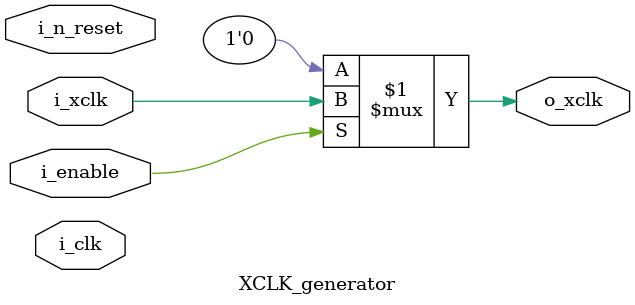
<source format=v>
`timescale 1ns / 1ps

module XCLK_generator #(
    parameter                                                       FREQ = 24_000_000
    )(
        input           wire                                        i_clk,
        input           wire                                        i_n_reset,
        input           wire                                        i_enable,
        input           wire                                        i_xclk,
        output          wire                                        o_xclk
    );
        // localparam                                                  F_CPU       =   100_000_000;
        // localparam                                                  CNT_TH      =   F_CPU / FREQ;

        //                 reg         [$clog2(CNT_TH) - 1 : 0]        r_count;

        // always @(posedge i_clk) begin
        //     if (!i_n_reset) begin
        //         r_count <= 0;
        //     end
        //     else if (i_enable) begin
        //         if (r_count >= CNT_TH - 1) begin
        //             r_count <= 0;
        //         end
        //         else begin
        //             r_count <= r_count + 1;
        //         end
        //     end
        //     else begin
        //         r_count <= 0;
        //     end
        // end

        // assign o_xclk = (r_count >= CNT_TH / 2) ? (1'b1) : (1'b0);
        assign o_xclk = (i_enable) ? (i_xclk) : (1'b0);
        
endmodule

</source>
